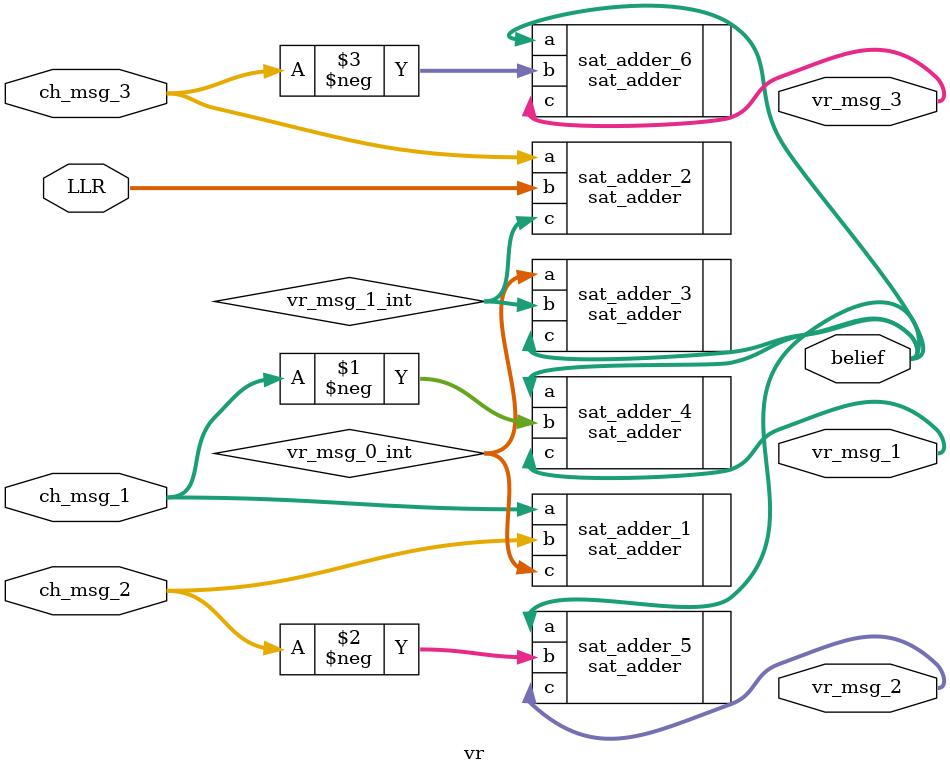
<source format=v>
module vr#(parameter INT = 8, parameter FRAC = 8)(
	input [INT+FRAC-1:0] LLR,
	input [INT+FRAC-1:0] ch_msg_1,
	input [INT+FRAC-1:0] ch_msg_2,
	input [INT+FRAC-1:0] ch_msg_3,
	output [INT+FRAC-1:0] vr_msg_1,
	output [INT+FRAC-1:0] vr_msg_2,
	output [INT+FRAC-1:0] vr_msg_3,
	output [INT+FRAC-1:0] belief
	);

wire [INT+FRAC-1:0] vr_msg_0_int;
wire [INT+FRAC-1:0] vr_msg_1_int;


sat_adder sat_adder_1(
	.a(ch_msg_1),
	.b(ch_msg_2),
	.c(vr_msg_0_int)
	);

sat_adder sat_adder_2(
	.a(ch_msg_3),
	.b(LLR),
	.c(vr_msg_1_int)
	);

sat_adder sat_adder_3(
	.a(vr_msg_0_int),
	.b(vr_msg_1_int),
	.c(belief)
	);


sat_adder sat_adder_4(
	.a(belief),
	.b(-ch_msg_1),
	.c(vr_msg_1)
	);

sat_adder sat_adder_5(
	.a(belief),
	.b(-ch_msg_2),
	.c(vr_msg_2)
	);

sat_adder sat_adder_6(
	.a(belief),
	.b(-ch_msg_3),
	.c(vr_msg_3)
	);

endmodule

</source>
